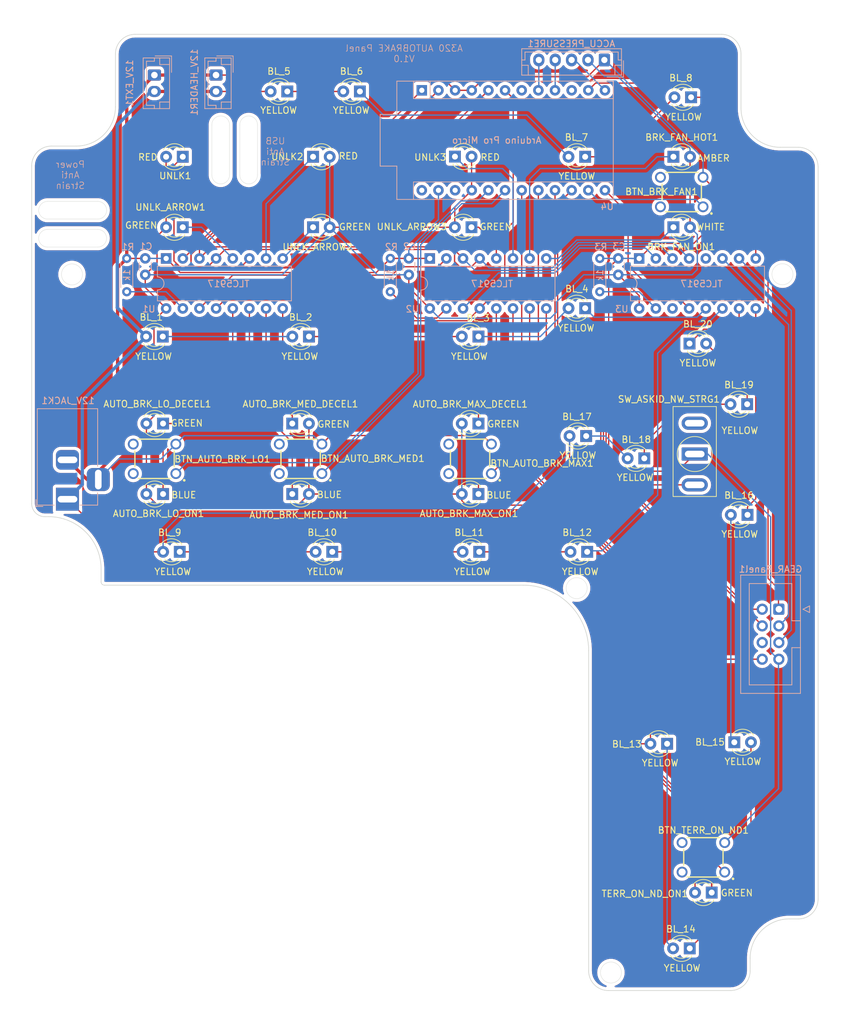
<source format=kicad_pcb>
(kicad_pcb (version 20240108) (generator "pcbnew") (generator_version "8.0")
  (title_block (title "A320 AUTOBRAKE Panel") (date "2024-12-08") (rev "V1.0") (company "S.K.") (comment 1 "Connectors to GEAR Panel & ACCU PRESSure"))
  (layers (0 "F.Cu" signal) (31 "B.Cu" signal) (34 "B.Paste" user) (35 "F.Paste" user) (36 "B.SilkS" user "B.Silkscreen") (37 "F.SilkS" user "F.Silkscreen") (38 "B.Mask" user) (39 "F.Mask" user) (44 "Edge.Cuts" user))
  (net 0 "")
  (net 1 "12V_IN")
  (net 2 "GND")
  (net 3 "+5V")
  (net 4 "AUTO_BRK_LO_DECEL")
  (net 5 "AUTO_BRK_LO_ON")
  (net 6 "AUTO_BRK_MAX_DECEL")
  (net 7 "AUTO_BRK_MAX_ON")
  (net 8 "AUTO_BRK_MED_DECEL")
  (net 9 "Net-(U2-R-EXT)")
  (net 11 "BTN_AUTO_BRK_LO")
  (net 13 "BTN_AUTO_BRK_MAX")
  (net 14 "AUTO_BRK_MED_ON")
  (net 16 "Net-(BL_1-K)")
  (net 17 "Net-(BL_2-K)")
  (net 18 "Net-(BL_3-K)")
  (net 19 "BACKLIGHT_1")
  (net 20 "Net-(BL_5-K)")
  (net 21 "Net-(BL_6-K)")
  (net 22 "Net-(BL_7-K)")
  (net 23 "BACKLIGHT_2")
  (net 24 "Net-(BL_10-A)")
  (net 25 "Net-(BL_10-K)")
  (net 26 "Net-(BL_11-K)")
  (net 27 "BACKLIGHT_3")
  (net 28 "Net-(BL_13-K)")
  (net 29 "Net-(BL_14-K)")
  (net 30 "Net-(BL_15-K)")
  (net 31 "BACKLIGHT_4")
  (net 32 "Net-(BL_17-K)")
  (net 33 "Net-(BL_18-K)")
  (net 34 "Net-(BL_19-K)")
  (net 35 "BACKLIGHT_5")
  (net 36 "BRK_FAN_HOT")
  (net 37 "BRK_FAN_ON")
  (net 38 "SW_GEAR_DOWN")
  (net 39 "SW_GEAR_UP")
  (net 40 "GEAR_WARN")
  (net 41 "Net-(U3-R-EXT)")
  (net 43 "SW_ASKID_NW_STRG")
  (net 45 "BTN_AUTO_BRK_MED")
  (net 48 "BTN_BRK_FAN")
  (net 53 "BTN_TERR_ON_ND")
  (net 54 "OUT_BRT_LED")
  (net 55 "OSH_DOUT1")
  (net 56 "OSH_CLOCK")
  (net 57 "OSH_DIN")
  (net 58 "OSH_LATCH")
  (net 59 "TERR_ON_ND_ON")
  (net 60 "OSH_DOUT2")
  (net 61 "UNL_ARROW3")
  (net 62 "UNL_ARROW1")
  (net 63 "UNLK2")
  (net 64 "UNLK1")
  (net 65 "UNLK3")
  (net 66 "UNL_ARROW2")
  (net 67 "OUT_BRT_BACK")
  (net 68 "Net-(U1-R-EXT)")
  (net 70 "SERVO3")
  (net 74 "SERVO2")
  (net 75 "SERVO1")
  (net 77 "BACKLIGHT_6")
  (net 79 "BACKLIGHT_7")
  (footprint "LED_THT:LED_D3.0mm" (layer "F.Cu") (at 222.1048 134.7724 180)
    (property "Reference" "AUTO_BRK_MAX_DECEL1")
    (property "Value" "GREEN")
  )
  (footprint "LED_THT:LED_D3.0mm" (layer "F.Cu") (at 257.683 206.2734 180)
    (property "Reference" "TERR_ON_ND_ON1")
    (property "Value" "GREEN")
  )
  (footprint "SamacSys_Parts:B3F1000" (layer "F.Cu") (at 194.9732 140.1537)
    (property "Reference" "BTN_AUTO_BRK_MED1")
    (property "Value" "B3F-1055" (hide yes))
  )
  (footprint "LED_THT:LED_D3.0mm" (layer "F.Cu") (at 238.5364 136.6774 180)
    (property "Reference" "BL_17")
    (property "Value" "YELLOW")
  )
  (footprint "LED_THT:LED_D3.0mm" (layer "F.Cu") (at 193.7004 134.7724)
    (property "Reference" "AUTO_BRK_MED_DECEL1")
    (property "Value" "GREEN")
  )
  (footprint "LED_THT:LED_D3.0mm" (layer "F.Cu") (at 238.6888 154.3304 180)
    (property "Reference" "BL_12")
    (property "Value" "YELLOW")
  )
  (footprint "LED_THT:LED_D3.0mm" (layer "F.Cu") (at 222.2296 154.3304 180)
    (property "Reference" "BL_11")
    (property "Value" "YELLOW")
  )
  (footprint "LED_THT:LED_D3.0mm" (layer "F.Cu") (at 247.401 140.081 180)
    (property "Reference" "BL_18")
    (property "Value" "YELLOW")
  )
  (footprint "LED_THT:LED_D3.0mm" (layer "F.Cu") (at 221.0358 104.8512 180)
    (property "Reference" "UNLK_ARROW3")
    (property "Value" "GREEN")
  )
  (footprint "LED_THT:LED_D3.0mm" (layer "F.Cu") (at 251.841 104.8512)
    (property "Reference" "BRK_FAN_ON1")
    (property "Value" "WHITE")
  )
  (footprint "LED_THT:LED_D3.0mm" (layer "F.Cu") (at 173.99 145.5166 180)
    (property "Reference" "AUTO_BRK_LO_ON1")
    (property "Value" "BLUE")
  )
  (footprint "LED_THT:LED_D3.0mm" (layer "F.Cu") (at 173.9464 121.5136 180)
    (property "Reference" "BL_1")
    (property "Value" "YELLOW")
  )
  (footprint "LED_THT:LED_D3.0mm" (layer "F.Cu") (at 176.995 104.8512 180)
    (property "Reference" "UNLK_ARROW1")
    (property "Value" "GREEN")
  )
  (footprint "SamacSys_Parts:B3F1000" (layer "F.Cu") (at 220.8276 140.1537)
    (property "Reference" "BTN_AUTO_BRK_MAX1")
    (property "Value" "B3F-1055" (hide yes))
  )
  (footprint "LED_THT:LED_D3.0mm" (layer "F.Cu") (at 196.8704 94.107)
    (property "Reference" "UNLK2")
    (property "Value" "RED")
  )
  (footprint "LED_THT:LED_D3.0mm" (layer "F.Cu") (at 222.1048 121.5136 180)
    (property "Reference" "BL_3")
    (property "Value" "YELLOW")
  )
  (footprint "LED_THT:LED_D3.0mm" (layer "F.Cu") (at 176.535 154.3304 180)
    (property "Reference" "BL_9")
    (property "Value" "YELLOW")
  )
  (footprint "LED_THT:LED_D3.0mm" (layer "F.Cu") (at 250.8808 183.5912 180)
    (property "Reference" "BL_13")
    (property "Value" "YELLOW")
  )
  (footprint "LED_THT:LED_D3.0mm" (layer "F.Cu") (at 196.8704 104.8512)
    (property "Reference" "UNLK_ARROW2")
    (property "Value" "GREEN")
  )
  (footprint "LED_THT:LED_D3.0mm" (layer "F.Cu") (at 254.5384 85.0392 180)
    (property "Reference" "BL_8")
    (property "Value" "YELLOW")
  )
  (footprint "LED_THT:LED_D3.0mm" (layer "F.Cu") (at 263.144 148.6916 180)
    (property "Reference" "BL_16")
    (property "Value" "YELLOW")
  )
  (footprint "LED_THT:LED_D3.0mm" (layer "F.Cu") (at 173.99 134.7724 180)
    (property "Reference" "AUTO_BRK_LO_DECEL1")
    (property "Value" "GREEN")
  )
  (footprint "SamacSys_Parts:B3F1000" (layer "F.Cu") (at 256.4158 200.9039)
    (property "Reference" "BTN_TERR_ON_ND1")
    (property "Value" "B3F-1055" (hide yes))
  )
  (footprint "LED_THT:LED_D3.0mm" (layer "F.Cu") (at 204.0178 84.1502 180)
    (property "Reference" "BL_6")
    (property "Value" "YELLOW")
  )
  (footprint "LED_THT:LED_D3.0mm" (layer "F.Cu") (at 238.384 117.1956 180)
    (property "Reference" "BL_4")
    (property "Value" "YELLOW")
  )
  (footprint "LED_THT:LED_D3.0mm" (layer "F.Cu") (at 196.2504 121.5136 180)
    (property "Reference" "BL_2")
    (property "Value" "YELLOW")
  )
  (footprint "LED_THT:LED_D3.0mm" (layer "F.Cu") (at 192.9434 84.1502 180)
    (property "Reference" "BL_5")
    (property "Value" "YELLOW")
  )
  (footprint "LED_THT:LED_D3.0mm" (layer "F.Cu") (at 254.3352 214.7824 180)
    (property "Reference" "BL_14")
    (property "Value" "YELLOW")
  )
  (footprint "SamacSys_Parts:B3F1000" (layer "F.Cu") (at 172.6946 140.1537)
    (property "Reference" "BTN_AUTO_BRK_LO1")
    (property "Value" "B3F-1055" (hide yes))
  )
  (footprint "LED_THT:LED_D3.0mm" (layer "F.Cu") (at 254.2998 122.5804)
    (property "Reference" "BL_20")
    (property "Value" "YELLOW")
  )
  (footprint "LED_THT:LED_D3.0mm" (layer "F.Cu") (at 251.841 94.107)
    (property "Reference" "BRK_FAN_HOT1")
    (property "Value" "AMBER")
  )
  (footprint "LED_THT:LED_D3.0mm" (layer "F.Cu") (at 238.379 94.107 180)
    (property "Reference" "BL_7")
    (property "Value" "YELLOW")
  )
  (footprint "LED_THT:LED_D3.0mm" (layer "F.Cu") (at 176.995 94.107 180)
    (property "Reference" "UNLK1")
    (property "Value" "RED")
  )
  (footprint "SamacSys_Parts:B3F1000" (layer "F.Cu") (at 253.1138 99.4817)
    (property "Reference" "BTN_BRK_FAN1")
    (property "Value" "B3F-1055" (hide yes))
  )
  (footprint "LED_THT:LED_D3.0mm" (layer "F.Cu") (at 263.0932 131.826 180)
    (property "Reference" "BL_19")
    (property "Value" "YELLOW")
  )
  (footprint "LED_THT:LED_D3.0mm" (layer "F.Cu") (at 199.8014 154.3304 180)
    (property "Reference" "BL_10")
    (property "Value" "YELLOW")
  )
  (footprint "LED_THT:LED_D3.0mm" (layer "F.Cu") (at 218.5162 94.0816)
    (property "Reference" "UNLK3")
    (property "Value" "RED")
  )
  (footprint "LED_THT:LED_D3.0mm" (layer "F.Cu") (at 222.1048 145.5166 180)
    (property "Reference" "AUTO_BRK_MAX_ON1")
    (property "Value" "BLUE")
  )
  (footprint "SimPanel:T80-Z1" (layer "F.Cu") (at 255.0922 134.7216)
    (property "Reference" "SW_ASKID_NW_STRG1")
    (property "Value" "SW_SPDT[ON-OFF]" (hide yes))
  )
  (footprint "LED_THT:LED_D3.0mm" (layer "F.Cu") (at 193.7004 145.5166)
    (property "Reference" "AUTO_BRK_MED_ON1")
    (property "Value" "BLUE")
  )
  (footprint "LED_THT:LED_D3.0mm" (layer "F.Cu") (at 261.1324 183.3626)
    (property "Reference" "BL_15")
    (property "Value" "YELLOW")
  )
  (footprint "Package_DIP:DIP-16_W7.62mm" (layer "B.Cu") (at 174.4622 109.611 -90)
    (property "Reference" "U1")
    (property "Value" "TLC5917")
  )
  (footprint "Connector_JST:JST_EH_B2B-EH-A_1x02_P2.50mm_Vertical" (layer "B.Cu") (at 182.0672 81.6502 -90)
    (property "Reference" "12V_HEADER1")
    (property "Value" "Pin Header 1x02" (hide yes))
  )
  (footprint "Capacitor_THT:C_Disc_D3.0mm_W1.6mm_P2.50mm" (layer "B.Cu") (at 171.2722 112.0956 90)
    (property "Reference" "C1")
    (property "Value" "0.1uF Ceramic" (hide yes))
  )
  (footprint "Resistor_THT:R_Axial_DIN0204_L3.6mm_D1.6mm_P5.08mm_Horizontal" (layer "B.Cu") (at 208.661 114.681 90)
    (property "Reference" "R2")
    (property "Value" "1k")
  )
  (footprint "Arduino:Sparkfun_Pro_Micro" (layer "B.Cu") (at 241.4016 99.2124 90)
    (property "Reference" "U4")
    (property "Value" "Arduino Pro Micro")
  )
  (footprint "Package_DIP:DIP-16_W7.62mm" (layer "B.Cu") (at 246.6236 109.611 -90)
    (property "Reference" "U3")
    (property "Value" "TLC5917")
  )
  (footprint "Connector_IDC:IDC-Header_2x04_P2.54mm_Vertical" (layer "B.Cu") (at 267.93 163.08 180)
    (property "Reference" "GEAR_Panel1")
    (property "Value" "Pin Header 2x04")
  )
  (footprint "Capacitor_THT:C_Disc_D3.0mm_W1.6mm_P2.50mm" (layer "B.Cu") (at 211.4804 112.0956 90)
    (property "Reference" "C2")
    (property "Value" "0.1uF Ceramic" (hide yes))
  )
  (footprint "Capacitor_THT:C_Disc_D3.0mm_W1.6mm_P2.50mm" (layer "B.Cu") (at 243.4336 112.0956 90)
    (property "Reference" "C3")
    (property "Value" "0.1uF Ceramic" (hide yes))
  )
  (footprint "Resistor_THT:R_Axial_DIN0204_L3.6mm_D1.6mm_P5.08mm_Horizontal" (layer "B.Cu") (at 168.4528 114.681 90)
    (property "Reference" "R1")
    (property "Value" "1k")
  )
  (footprint "Connector_JST:JST_EH_B2B-EH-A_1x02_P2.50mm_Vertical" (layer "B.Cu") (at 172.6692 81.6502 -90)
    (property "Reference" "12V_EXT1")
    (property "Value" "Pin Header 1x02" (hide yes))
  )
  (footprint "Connector_JST:JST_EH_B5B-EH-A_1x05_P2.50mm_Vertical" (layer "B.Cu") (at 241.3108 79.3496 180)
    (property "Reference" "ACCU_PRESSURE1")
    (property "Value" "Pin Header 1x05")
  )
  (footprint "Connector_BarrelJack:BarrelJack_Horizontal" (layer "B.Cu") (at 159.4104 146.3096 -90)
    (property "Reference" "12V_JACK1")
    (property "Value" "Power Jack" (hide yes))
  )
  (footprint "Resistor_THT:R_Axial_DIN0204_L3.6mm_D1.6mm_P5.08mm_Horizontal" (layer "B.Cu") (at 240.6142 114.681 90)
    (property "Reference" "R3")
    (property "Value" "1k")
  )
  (footprint "Package_DIP:DIP-16_W7.62mm" (layer "B.Cu") (at 214.6704 109.611 -90)
    (property "Reference" "U2")
    (property "Value" "TLC5917")
  )
  (gr_arc (start 181.43341 89.22822) (mid 182.7784 87.88319) (end 184.12339 89.22822) (stroke (width 0.05)) (layer "Edge.Cuts"))
  (gr_arc (start 273.9136 207.2866) (mid 273.03492 209.40792) (end 270.9136 210.2866) (stroke (width 0.1)) (layer "Edge.Cuts"))
  (gr_arc (start 155.949401 148.971) (mid 154.535187 148.385214) (end 153.949401 146.971) (stroke (width 0.1)) (layer "Edge.Cuts"))
  (gr_line (start 268.1534 92.6592) (end 270.9136 92.6592) (stroke (width 0.1)) (layer "Edge.Cuts"))
  (gr_line (start 156.3624 107.87138) (end 164.02924 107.87138) (stroke (width 0.05)) (layer "Edge.Cuts"))
  (gr_arc (start 270.9136 92.6592) (mid 273.03492 93.53788) (end 273.9136 95.6592) (stroke (width 0.1)) (layer "Edge.Cuts"))
  (gr_circle (center 242.316 218.4654) (end 243.916 218.4654) (stroke (width 0.05)) (fill none) (layer "Edge.Cuts"))
  (gr_circle (center 237.0836 159.8676) (end 238.6836 159.8676) (stroke (width 0.05)) (fill none) (layer "Edge.Cuts"))
  (gr_line (start 263.5504 216.2866) (end 263.5504 218.2086) (stroke (width 0.1)) (layer "Edge.Cuts"))
  (gr_line (start 241.9124 221.2086) (end 260.5504 221.2086) (stroke (width 0.1)) (layer "Edge.Cuts"))
  (gr_circle (center 268.478 112.014) (end 270.078 112.014) (stroke (width 0.05)) (fill none) (layer "Edge.Cuts"))
  (gr_line (start 188.3918 96.89902) (end 188.3918 89.23218) (stroke (width 0.05)) (layer "Edge.Cuts"))
  (gr_arc (start 156.5412 148.971) (mid 162.198054 151.314146) (end 164.5412 156.971) (stroke (width 0.1)) (layer "Edge.Cuts"))
  (gr_line (start 238.9124 218.2086) (end 238.9124 169.4104) (stroke (width 0.1)) (layer "Edge.Cuts"))
  (gr_line (start 156.35844 105.1814) (end 164.02924 105.1814) (stroke (width 0.05)) (layer "Edge.Cuts"))
  (gr_line (start 156.36636 103.60297) (end 164.0332 103.60297) (stroke (width 0.05)) (layer "Edge.Cuts"))
  (gr_arc (start 165.0412 159.4104) (mid 164.687647 159.263953) (end 164.5412 158.9104) (stroke (width 0.1)) (layer "Edge.Cuts"))
  (gr_arc (start 241.9124 221.2086) (mid 239.79108 220.32992) (end 238.9124 218.2086) (stroke (width 0.1)) (layer "Edge.Cuts"))
  (gr_line (start 156.949401 92.4814) (end 160.7256 92.4814) (stroke (width 0.1)) (layer "Edge.Cuts"))
  (gr_line (start 184.12339 96.89506) (end 184.12339 89.22822) (stroke (width 0.05)) (layer "Edge.Cuts"))
  (gr_arc (start 228.9124 159.4104) (mid 235.983468 162.339332) (end 238.9124 169.4104) (stroke (width 0.1)) (layer "Edge.Cuts"))
  (gr_arc (start 156.3624 107.87259) (mid 155.01741 106.52758) (end 156.3624 105.18261) (stroke (width 0.05)) (layer "Edge.Cuts"))
  (gr_line (start 169.7256 75.438) (end 259.1534 75.438) (stroke (width 0.1)) (layer "Edge.Cuts"))
  (gr_arc (start 166.7256 78.438) (mid 167.60428 76.31668) (end 169.7256 75.438) (stroke (width 0.1)) (layer "Edge.Cuts"))
  (gr_line (start 270.9136 210.2866) (end 269.5504 210.2866) (stroke (width 0.1)) (layer "Edge.Cuts"))
  (gr_arc (start 184.1246 96.89506) (mid 182.77961 98.24008) (end 181.43462 96.89506) (stroke (width 0.05)) (layer "Edge.Cuts"))
  (gr_arc (start 164.0332 100.91299) (mid 165.37821 102.25798) (end 164.0332 103.60297) (stroke (width 0.05)) (layer "Edge.Cuts"))
  (gr_line (start 164.5412 156.971) (end 164.5412 158.9104) (stroke (width 0.1)) (layer "Edge.Cuts"))
  (gr_line (start 273.9136 205.7372) (end 273.9136 207.2866) (stroke (width 0.1)) (layer "Edge.Cuts"))
  (gr_line (start 156.3624 100.91299) (end 164.0332 100.91299) (stroke (width 0.05)) (layer "Edge.Cuts"))
  (gr_arc (start 263.5504 218.2086) (mid 262.67172 220.32992) (end 260.5504 221.2086) (stroke (width 0.1)) (layer "Edge.Cuts"))
  (gr_line (start 262.1534 78.438) (end 262.1534 86.6592) (stroke (width 0.1)) (layer "Edge.Cuts"))
  (gr_arc (start 188.39301 96.89902) (mid 187.04802 98.24399) (end 185.70303 96.89902) (stroke (width 0.05)) (layer "Edge.Cuts"))
  (gr_arc (start 164.02924 105.1814) (mid 165.3742 106.52638) (end 164.02924 107.87138) (stroke (width 0.05)) (layer "Edge.Cuts"))
  (gr_line (start 166.7256 86.4814) (end 166.7256 78.438) (stroke (width 0.1)) (layer "Edge.Cuts"))
  (gr_line (start 155.949401 148.971) (end 156.5412 148.971) (stroke (width 0.1)) (layer "Edge.Cuts"))
  (gr_arc (start 259.1534 75.438) (mid 261.27472 76.31668) (end 262.1534 78.438) (stroke (width 0.1)) (layer "Edge.Cuts"))
  (gr_arc (start 263.5504 216.2866) (mid 265.307759 212.043959) (end 269.5504 210.2866) (stroke (width 0.1)) (layer "Edge.Cuts"))
  (gr_arc (start 185.70182 89.23218) (mid 187.04681 87.8872) (end 188.3918 89.23218) (stroke (width 0.05)) (layer "Edge.Cuts"))
  (gr_line (start 273.9136 95.6592) (end 273.9136 205.7372) (stroke (width 0.1)) (layer "Edge.Cuts"))
  (gr_arc (start 156.36636 103.60418) (mid 155.02132 102.25918) (end 156.36636 100.9142) (stroke (width 0.05)) (layer "Edge.Cuts"))
  (gr_arc (start 268.1534 92.6592) (mid 263.910759 90.901841) (end 262.1534 86.6592) (stroke (width 0.1)) (layer "Edge.Cuts"))
  (gr_line (start 153.949401 146.971) (end 153.949401 95.4814) (stroke (width 0.1)) (layer "Edge.Cuts"))
  (gr_arc (start 153.949401 95.4814) (mid 154.828081 93.36008) (end 156.949401 92.4814) (stroke (width 0.1)) (layer "Edge.Cuts"))
  (gr_line (start 185.70182 96.90298) (end 185.70182 89.23218) (stroke (width 0.05)) (layer "Edge.Cuts"))
  (gr_circle (center 160.0962 112.0394) (end 161.6962 112.0394) (stroke (width 0.05)) (fill none) (layer "Edge.Cuts"))
  (gr_line (start 228.9124 159.4104) (end 165.0412 159.4104) (stroke (width 0.1)) (layer "Edge.Cuts"))
  (gr_arc (start 166.7256 86.4814) (mid 164.968241 90.724041) (end 160.7256 92.4814) (stroke (width 0.1)) (layer "Edge.Cuts"))
  (gr_line (start 181.43341 96.89902) (end 181.43341 89.22822) (stroke (width 0.05)) (layer "Edge.Cuts"))
  (gr_text "Power\nAnti\nStrain" (at 159.8422 99.08177 0) (layer "B.SilkS") (effects (font (size 1 1) (thickness 0.1)) (justify bottom mirror)))
  (gr_text "USB\nAnti\nStrain" (at 191.11081 95.5072 0) (layer "B.SilkS") (effects (font (size 1 1) (thickness 0.1)) (justify bottom mirror)))
  (gr_text "${TITLE}\n${REVISION}" (at 210.76 79.76 0) (layer "B.SilkS") (effects (font (size 1 1) (thickness 0.1) (bold yes)) (justify bottom mirror)))
  (segment (start 172.6692 84.1502) (end 182.0672 84.1502) (width 0.5) (layer "F.Cu") (net 1))
  (segment (start 259.48 170.7) (end 265.39 170.7) (width 0.2) (layer "F.Cu") (net 1))
  (segment (start 243.38 181.043014) (end 243.38 154.628628) (width 0.2) (layer "F.Cu") (net 1))
  (segment (start 173.995 154.3304) (end 167.4312 154.3304) (width 0.2) (layer "F.Cu") (net 1))
  (segment (start 248.3408 183.5912) (end 248.3408 181.8392) (width 0.2) (layer "F.Cu") (net 1))
  (segment (start 248.3408 183.5912) (end 245.928186 183.5912) (width 0.2) (layer "F.Cu") (net 1))
  (segment (start 235.9964 147.245028) (end 235.9964 136.6774) (width 0.2) (layer "F.Cu") (net 1))
  (segment (start 167.4312 154.3304) (end 159.4104 146.3096) (width 0.2) (layer "F.Cu") (net 1))
  (segment (start 182.0672 84.1502) (end 190.4034 84.1502) (width 0.2) (layer "F.Cu") (net 1))
  (segment (start 248.3408 181.8392) (end 259.48 170.7) (width 0.2) (layer "F.Cu") (net 1))
  (segment (start 243.38 154.628628) (end 235.9964 147.245028) (width 0.2) (layer "F.Cu") (net 1))
  (segment (start 245.928186 183.5912) (end 243.38 181.043014) (width 0.2) (layer "F.Cu") (net 1))
  (segment (start 167.005 117.1122) (end 167.005 89.2556) (width 0.5) (layer "B.Cu") (net 1))
  (segment (start 167.005 89.2556) (end 172.1104 84.1502) (width 0.5) (layer "B.Cu") (net 1))
  (segment (start 171.4064 121.5136) (end 161.671 131.249) (width 0.5) (layer "B.Cu") (net 1))
  (segment (start 173.995 154.3304) (end 173.995 151.3282) (width 0.2) (layer "B.Cu") (net 1))
  (segment (start 161.671 131.249) (end 161.671 144.049) (width 0.5) (layer "B.Cu") (net 1))
  (segment (start 161.671 144.049) (end 159.4104 146.3096) (width 0.5) (layer "B.Cu") (net 1))
  (segment (start 226.695 148.4376) (end 235.9964 139.1362) (width 0.2) (layer "B.Cu") (net 1))
  (segment (start 173.995 151.3282) (end 176.8856 148.4376) (width 0.2) (layer "B.Cu") (net 1))
  (segment (start 176.8856 148.4376) (end 226.695 148.4376) (width 0.2) (layer "B.Cu") (net 1))
  (segment (start 235.9964 139.1362) (end 235.9964 136.6774) (width 0.2) (layer "B.Cu") (net 1))
  (segment (start 171.4064 121.5136) (end 167.005 117.1122) (width 0.5) (layer "B.Cu") (net 1))
  (segment (start 162.4104 143.3096) (end 159.4104 140.3096) (width 0.5) (layer "F.Cu") (net 2))
  (segment (start 223.154 81.9) (end 221.0816 83.9724) (width 0.2) (layer "F.Cu") (net 2))
  (segment (start 168.4528 109.601) (end 171.2668 109.601) (width 0.2) (layer "F.Cu") (net 2))
  (segment (start 211.4804 109.5956) (end 214.655 109.5956) (width 0.2) (layer "F.Cu") (net 2))
  (segment (start 211.4804 109.5956) (end 209.6681 109.5956) (width 0.2) (layer "F.Cu") (net 2))
  (segment (start 241.97 111.0592) (end 241.97 140.44) (width 0.2) (layer "F.Cu") (net 2))
  (segment (start 208.661 109.601) (end 206.5084 111.7536) (width 0.2) (layer "F.Cu") (net 2))
  (segment (start 238.7604 81.9) (end 223.154 81.9) (width 0.2) (layer "F.Cu") (net 2))
  (segment (start 208.661 109.601) (end 209.6627 109.601) (width 0.2) (layer "F.Cu") (net 2))
  (segment (start 257.81 104.45) (end 254.95 107.31) (width 0.2) (layer "F.Cu") (net 2))
  (segment (start 243.57 142.04) (end 252.4738 142.04) (width 0.2) (layer "F.Cu") (net 2))
  (segment (start 198.2232 137.9037) (end 199.5257 136.6012) (width 0.2) (layer "F.Cu") (net 2))
  (segment (start 241.3108 79.3496) (end 238.7604 81.9) (width 0.2) (layer "F.Cu") (net 2))
  (segment (start 218.5416 83.9724) (end 221.0816 83.9724) (width 0.2) (layer "F.Cu") (net 2))
  (segment (start 172.6692 81.6502) (end 182.0672 81.6502) (width 0.5) (layer "F.Cu") (net 2))
  (segment (start 243.4336 109.5956) (end 241.97 111.0592) (width 0.2) (layer "F.Cu") (net 2))
  (segment (start 241.97 140.44) (end 243.57 142.04) (width 0.2) (layer "F.Cu") (net 2))
  (segment (start 222.7751 136.6012) (end 224.0776 137.9037) (width 0.2) (layer "F.Cu") (net 2))
  (segment (start 252.4738 142.04) (end 255.0922 139.4216) (width 0.2) (layer "F.Cu") (net 2))
  (segment (start 216.2194 81.6502) (end 218.5416 83.9724) (width 0.2) (layer "F.Cu") (net 2))
  (segment (start 176.6048 111.7536) (end 174.4622 109.611) (width 0.2) (layer "F.Cu") (net 2))
  (segment (start 206.5084 111.7536) (end 176.6048 111.7536) (width 0.2) (layer "F.Cu") (net 2))
  (segment (start 199.5257 136.6012) (end 222.7751 136.6012) (width 0.2) (layer "F.Cu") (net 2))
  (segment (start 168.4528 109.601) (end 168.4528 85.8666) (width 0.5) (layer "F.Cu") (net 2))
  (segment (start 168.4528 85.8666) (end 172.6692 81.6502) (width 0.5) (layer "F.Cu") (net 2))
  (segment (start 167.0558 139.1412) (end 167.0558 110.998) (width 0.5) (layer "F.Cu") (net 2))
  (segment (start 257.81 98.6779) (end 257.81 104.45) (width 0.2) (layer "F.Cu") (net 2))
  (segment (start 164.1104 142.0866) (end 167.0558 139.1412) (width 0.5) (layer "F.Cu") (net 2))
  (segment (start 164.1104 143.3096) (end 162.4104 143.3096) (width 0.2) (layer "F.Cu") (net 2))
  (segment (start 209.6681 109.5956) (end 209.6627 109.601) (width 0.2) (layer "F.Cu") (net 2))
  (segment (start 254.95 107.31) (end 248.9246 107.31) (width 0.2) (layer "F.Cu") (net 2))
  (segment (start 256.3638 97.2317) (end 257.81 98.6779) (width 0.2) (layer "F.Cu") (net 2))
  (segment (start 248.9246 107.31) (end 246.6236 109.611) (width 0.2) (layer "F.Cu") (net 2))
  (segment (start 182.0672 81.6502) (end 216.2194 81.6502) (width 0.2) (layer "F.Cu") (net 2))
  (segment (start 167.0558 110.998) (end 168.4528 109.601) (width 0.5) (layer "F.Cu") (net 2))
  (segment (start 257.0922 139.4216) (end 266.67 148.9994) (width 0.2) (layer "B.Cu") (net 2))
  (segment (start 173.6783 140.17) (end 175.9446 137.9037) (width 0.2) (layer "B.Cu") (net 2))
  (segment (start 196.9461 136.6266) (end 198.2232 137.9037) (width 0.2) (layer "B.Cu") (net 2))
  (segment (start 164.1104 143.3096) (end 167.25 140.17) (width 0.2) (layer "B.Cu") (net 2))
  (segment (start 266.67 148.9994) (end 266.67 169.56) (width 0.2) (layer "B.Cu") (net 2))
  (segment (start 267.87 190.4497) (end 259.6658 198.6539) (width 0.2) (layer "B.Cu") (net 2))
  (segment (start 266.67 169.56) (end 267.87 170.76) (width 0.2) (layer "B.Cu") (net 2))
  (segment (start 177.2217 136.6266) (end 196.9461 136.6266) (width 0.2) (layer "B.Cu") (net 2))
  (segment (start 175.9446 137.9037) (end 177.2217 136.6266) (width 0.2) (layer "B.Cu") (net 2))
  (segment (start 256.3638 97.2317) (end 256.3638 94.298029) (width 0.2) (layer "B.Cu") (net 2))
  (segment (start 255.0922 139.4216) (end 257.0922 139.4216) (width 0.2) (layer "B.Cu") (net 2))
  (segment (start 211.4804 108.193914) (end 211.4804 109.5956) (width 0.2) (layer "B.Cu") (net 2))
  (segment (start 243.4309 109.601) (end 240.6142 109.601) (width 0.2) (layer "B.Cu") (net 2))
  (segment (start 243.4336 109.5983) (end 245.5092 109.5983) (width 0.2) (layer "B.Cu") (net 2))
  (segment (start 216.0016 103.672714) (end 211.4804 108.193914) (width 0.2) (layer "B.Cu") (net 2))
  (segment (start 246.6236 109.611) (end 245.5219 109.611) (width 0.2) (layer "B.Cu") (net 2))
  (segment (start 167.25 140.17) (end 173.6783 140.17) (width 0.2) (layer "B.Cu") (net 2))
  (segment (start 171.2722 109.5956) (end 174.4468 109.5956) (width 0.2) (layer "B.Cu") (net 2))
  (segment (start 256.3638 94.298029) (end 241.415371 79.3496) (width 0.2) (layer "B.Cu") (net 2))
  (segment (start 245.5092 109.5983) (end 245.5219 109.611) (width 0.2) (layer "B.Cu") (net 2))
  (segment (start 267.87 170.76) (end 267.87 190.4497) (width 0.2) (layer "B.Cu") (net 2))
  (segment (start 216.0016 99.2124) (end 216.0016 103.672714) (width 0.2) (layer "B.Cu") (net 2))
  (segment (start 218.4958 101.7982) (end 221.0816 99.2124) (width 0.2) (layer "F.Cu") (net 3))
  (segment (start 255.143 194.503072) (end 255.143 206.2734) (width 0.2) (layer "F.Cu") (net 3))
  (segment (start 171.2722 112.0956) (end 171.2722 114.041) (width 0.2) (layer "F.Cu") (net 3))
  (segment (start 173.0694 106.2368) (end 174.455 104.8512) (width 0.2) (layer "F.Cu") (net 3))
  (segment (start 254.381 104.8512) (end 254.381 94.107) (width 0.2) (layer "F.Cu") (net 3))
  (segment (start 199.4104 104.8512) (end 218.4958 104.8512) (width 0.2) (layer "F.Cu") (net 3))
  (segment (start 172.6064 119.0868) (end 172.6064 133.616) (width 0.2) (layer "F.Cu") (net 3))
  (segment (start 211.4804 112.0956) (end 211.4804 114.041) (width 0.2) (layer "F.Cu") (net 3))
  (segment (start 174.4622 117.231) (end 172.6064 119.0868) (width 0.2) (layer "F.Cu") (net 3))
  (segment (start 173.355 147.4216) (end 194.3354 147.4216) (width 0.2) (layer "F.Cu") (net 3))
  (segment (start 218.4958 104.8512) (end 218.4958 101.7982) (width 0.2) (layer "F.Cu") (net 3))
  (segment (start 234.2184 147.2184) (end 242.18 155.18) (width 0.2) (layer "F.Cu") (net 3))
  (segment (start 246.6236 115.2856) (end 243.4336 112.0956) (width 0.2) (layer "F.Cu") (net 3))
  (segment (start 171.2722 112.0956) (end 173.0694 110.2984) (width 0.2) (layer "F.Cu") (net 3))
  (segment (start 242.18 181.540072) (end 255.143 194.503072) (width 0.2) (layer "F.Cu") (net 3))
  (segment (start 246.6236 117.231) (end 246.6236 115.2856) (width 0.2) (layer "F.Cu") (net 3))
  (segment (start 219.5648 145.5166) (end 219.5648 146.5144) (width 0.2) (layer "F.Cu") (net 3))
  (segment (start 171.45 145.5166) (end 173.355 147.4216) (width 0.2) (layer "F.Cu") (net 3))
  (segment (start 221.0562 99.1616) (end 221.0562 94.0816) (width 0.2) (layer "F.Cu") (net 3))
  (segment (start 174.455 104.8512) (end 174.455 94.107) (width 0.2) (layer "F.Cu") (net 3))
  (segment (start 220.2688 147.2184) (end 234.2184 147.2184) (width 0.2) (layer "F.Cu") (net 3))
  (segment (start 194.3354 147.4216) (end 196.2404 145.5166) (width 0.2) (layer "F.Cu") (net 3))
  (segment (start 211.4804 114.041) (end 214.6704 117.231) (width 0.2) (layer "F.Cu") (net 3))
  (segment (start 196.2404 145.5166) (end 196.2404 134.7724) (width 0.2) (layer "F.Cu") (net 3))
  (segment (start 219.5648 146.5144) (end 220.2688 147.2184) (width 0.2) (layer "F.Cu") (net 3))
  (segment (start 171.45 134.7724) (end 171.45 145.5166) (width 0.2) (layer "F.Cu") (net 3))
  (segment (start 242.18 155.18) (end 242.18 181.540072) (width 0.2) (layer "F.Cu") (net 3))
  (segment (start 172.6064 133.616) (end 171.45 134.7724) (width 0.2) (layer "F.Cu") (net 3))
  (segment (start 196.2404 145.5166) (end 219.5648 145.5166) (width 0.2) (layer "F.Cu") (net 3))
  (segment (start 171.2722 114.041) (end 174.4622 117.231) (width 0.2) (layer "F.Cu") (net 3))
  (segment (start 173.0694 110.2984) (end 173.0694 106.2368) (width 0.2) (layer "F.Cu") (net 3))
  (segment (start 243.364285 81.8642) (end 241.3254 81.8642) (width 0.2) (layer "B.Cu") (net 3))
  (segment (start 254.381 94.107) (end 254.381 92.880915) (width 0.2) (layer "B.Cu") (net 3))
  (segment (start 199.4104 104.8512) (end 192.166 112.0956) (width 0.2) (layer "B.Cu") (net 3))
  (segment (start 254.6944 112.0956) (end 255.49 111.3) (width 0.2) (layer "B.Cu") (net 3))
  (segment (start 255.49 105.9602) (end 254.381 104.8512) (width 0.2) (layer "B.Cu") (net 3))
  (segment (start 206.6548 112.0956) (end 199.4104 104.8512) (width 0.2) (layer "B.Cu") (net 3))
  (segment (start 199.4104 94.107) (end 199.4104 104.8512) (width 0.2) (layer "B.Cu") (net 3))
  (segment (start 219.5648 134.7724) (end 219.5648 145.5166) (width 0.2) (layer "B.Cu") (net 3))
  (segment (start 192.166 112.0956) (end 171.2722 112.0956) (width 0.2) (layer "B.Cu") (net 3))
  (segment (start 214.6704 117.231) (end 216.159 118.7196) (width 0.2) (layer "B.Cu") (net 3))
  (segment (start 234.0356 117.7544) (end 234.0356 116.211486) (width 0.2) (layer "B.Cu") (net 3))
  (segment (start 233.0704 118.7196) (end 234.0356 117.7544) (width 0.2) (layer "B.Cu") (net 3))
  (segment (start 234.0356 116.211486) (end 238.151486 112.0956) (width 0.2) (layer "B.Cu") (net 3))
  (segment (start 255.49 111.3) (end 255.49 105.9602) (width 0.2) (layer "B.Cu") (net 3))
  (segment (start 216.159 118.7196) (end 233.0704 118.7196) (width 0.2) (layer "B.Cu") (net 3))
  (segment (start 238.151486 112.0956) (end 243.4336 112.0956) (width 0.2) (layer "B.Cu") (net 3))
  (segment (start 211.4804 112.0956) (end 206.6548 112.0956) (width 0.2) (layer "B.Cu") (net 3))
  (segment (start 243.4336 112.0956) (end 254.6944 112.0956) (width 0.2) (layer "B.Cu") (net 3))
  (segment (start 254.381 92.880915) (end 243.364285 81.8642) (width 0.2) (layer "B.Cu") (net 3))
  (segment (start 241.3254 81.8642) (end 238.8108 79.3496) (width 0.2) (layer "B.Cu") (net 3))
  (segment (start 176.091914 134.7724) (end 184.6222 126.242114) (width 0.2) (layer "F.Cu") (net 4))
  (segment (start 184.6222 126.242114) (end 184.6222 117.231) (width 0.2) (layer "F.Cu") (net 4))
  (segment (start 173.99 134.7724) (end 176.091914 134.7724) (width 0.2) (layer "F.Cu") (net 4))
  (segment (start 187.1622 124.2678) (end 173.99 137.44) (width 0.2) (layer "F.Cu") (net 5))
  (segment (start 173.99 137.44) (end 173.99 145.5166) (width 0.2) (layer "F.Cu") (net 5))
  (segment (start 187.1622 117.231) (end 187.1622 124.2678) (width 0.2) (layer "F.Cu") (net 5))
  (segment (start 224.8304 126.5174) (end 222.1048 129.243) (width 0.2) (layer "F.Cu") (net 6))
  (segment (start 222.1048 129.243) (end 222.1048 134.7724) (width 0.2) (layer "F.Cu") (net 6))
  (segment (start 224.8304 117.231) (end 224.8304 126.5174) (width 0.2) (layer "F.Cu") (net 6))
  (segment (start 222.1048 142.113) (end 222.1048 145.5166) (width 0.2) (layer "F.Cu") (net 7))
  (segment (start 227.3704 136.8474) (end 222.1048 142.113) (width 0.2) (layer "F.Cu") (net 7))
  (segment (start 227.3704 117.231) (end 227.3704 136.8474) (width 0.2) (layer "F.Cu") (net 7))
  (segment (start 193.7004 134.7724) (end 193.7004 133.5707) (width 0.2) (layer "F.Cu") (net 8))
  (segment (start 192.2422 132.1125) (end 193.7004 133.5707) (width 0.2) (layer "F.Cu") (net 8))
  (segment (start 192.2422 117.231) (end 192.2422 132.1125) (width 0.2) (layer "F.Cu") (net 8))
  (segment (start 217.2104 117.231) (end 215.7408 118.7006) (width 0.2) (layer "F.Cu") (net 9))
  (segment (start 215.7408 118.7006) (end 212.6806 118.7006) (width 0.2) (layer "F.Cu") (net 9))
  (segment (start 212.6806 118.7006) (end 208.661 114.681) (width 0.2) (layer "F.Cu") (net 9))
  (segment (start 177.6183 140.73) (end 199.331214 140.73) (width 0.2) (layer "B.Cu") (net 11))
  (segment (start 212.89 107.35) (end 219.402 100.838) (width 0.2) (layer "B.Cu") (net 11))
  (segment (start 219.402 100.838) (end 221.996 100.838) (width 0.2) (layer "B.Cu") (net 11))
  (segment (start 199.331214 140.73) (end 212.89 127.171214) (width 0.2) (layer "B.Cu") (net 11))
  (segment (start 212.89 127.171214) (end 212.89 107.35) (width 0.2) (layer "B.Cu") (net 11))
  (segment (start 175.9446 142.4037) (end 177.6183 140.73) (width 0.2) (layer "B.Cu") (net 11))
  (segment (start 221.996 100.838) (end 223.6216 99.2124) (width 0.2) (layer "B.Cu") (net 11))
  (segment (start 228.7016 99.2124) (end 228.7016 137.7797) (width 0.2) (layer "F.Cu") (net 13))
  (segment (start 228.7016 137.7797) (end 224.0776 142.4037) (width 0.2) (layer "F.Cu") (net 13))
  (segment (start 189.7022 133.6522) (end 189.7022 117.231) (width 0.2) (layer "F.Cu") (net 14))
  (segment (start 193.7004 145.5166) (end 193.7004 137.6504) (width 0.2) (layer "F.Cu") (net 14))
  (segment (start 193.7004 137.6504) (end 189.7022 133.6522) (width 0.2) (layer "F.Cu") (net 14))
  (segment (start 193.7104 121.5136) (end 173.9464 121.5136) (width 0.2) (layer "B.Cu") (net 16))
  (segment (start 196.2504 121.5136) (end 219.5648 121.5136) (width 0.2) (layer "F.Cu") (net 17))
  (segment (start 231.526 121.5136) (end 235.844 117.1956) (width 0.2) (layer "B.Cu") (net 18))
  (segment (start 222.1048 121.5136) (end 231.526 121.5136) (width 0.2) (layer "B.Cu") (net 18))
  (segment (start 239.7484 118.56) (end 255.4546 118.56) (width 0.2) (layer "B.Cu") (net 19))
  (segment (start 255.4546 118.56) (end 256.7836 117.231) (width 0.2) (layer "B.Cu") (net 19))
  (segment (start 238.384 117.1956) (end 239.7484 118.56) (width 0.2) (layer "B.Cu") (net 19))
  (segment (start 192.9434 84.1502) (end 201.4778 84.1502) (width 0.2) (layer "F.Cu") (net 20))
  (segment (start 229.482 87.75) (end 207.6176 87.75) (width 0.2) (layer "B.Cu") (net 21))
  (segment (start 207.6176 87.75) (end 204.0178 84.1502) (width 0.2) (layer "B.Cu") (net 21))
  (segment (start 235.839 94.107) (end 229.482 87.75) (width 0.2) (layer "B.Cu") (net 21))
  (segment (start 238.379 94.107) (end 242.9306 94.107) (width 0.2) (layer "F.Cu") (net 22))
  (segment (start 242.9306 94.107) (end 251.9984 85.0392) (width 0.2) (layer "F.Cu") (net 22))
  (segment (start 264.4036 109.611) (end 264.4036 92.820324) (width 0.2) (layer "F.Cu") (net 23))
  (segment (start 256.622476 85.0392) (end 254.5384 85.0392) (width 0.2) (layer "F.Cu") (net 23))
  (segment (start 264.4036 92.820324) (end 256.622476 85.0392) (width 0.2) (layer "F.Cu") (net 23))
  (segment (start 176.535 154.3304) (end 197.2614 154.3304) (width 0.2) (layer "F.Cu") (net 24))
  (segment (start 199.8014 154.3304) (end 219.6896 154.3304) (width 0.2) (layer "F.Cu") (net 25))
  (segment (start 222.2296 154.3304) (end 236.1488 154.3304) (width 0.2) (layer "F.Cu") (net 26))
  (segment (start 253.54 119.96) (end 249.44 124.06) (width 0.2) (layer "B.Cu") (net 27))
  (segment (start 240.9654 154.1746) (end 238.8446 154.1746) (width 0.2) (layer "B.Cu") (net 27))
  (segment (start 249.44 145.7) (end 240.9654 154.1746) (width 0.2) (layer "B.Cu") (net 27))
  (segment (start 256.5946 119.96) (end 253.54 119.96) (width 0.2) (layer "B.Cu") (net 27))
  (segment (start 259.3236 117.231) (end 256.5946 119.96) (width 0.2) (layer "B.Cu") (net 27))
  (segment (start 249.44 124.06) (end 249.44 145.7) (width 0.2) (layer "B.Cu") (net 27))
  (segment (start 250.8808 183.5912) (end 250.8808 213.868) (width 0.2) (layer "B.Cu") (net 28))
  (segment (start 250.8808 213.868) (end 251.7952 214.7824) (width 0.2) (layer "B.Cu") (net 28))
  (segment (start 254.3352 214.7824) (end 263.6724 205.4452) (width 0.2) (layer "F.Cu") (net 29))
  (segment (start 263.6724 205.4452) (end 263.6724 183.3626) (width 0.2) (layer "F.Cu") (net 29))
  (segment (start 260.604 148.6916) (end 260.604 182.8342) (width 0.2) (layer "B.Cu") (net 30))
  (segment (start 264.4036 146.2303) (end 263.144 147.4899) (width 0.2) (layer "F.Cu") (net 31))
  (segment (start 263.144 148.6916) (end 263.144 147.4899) (width 0.2) (layer "F.Cu") (net 31))
  (segment (start 264.4036 117.231) (end 264.4036 146.2303) (width 0.2) (layer "F.Cu") (net 31))
  (segment (start 241.4574 136.6774) (end 244.861 140.081) (width 0.2) (layer "B.Cu") (net 32))
  (segment (start 238.5364 136.6774) (end 241.4574 136.6774) (width 0.2) (layer "B.Cu") (net 32))
  (segment (start 253.374 131.826) (end 260.5532 131.826) (width 0.2) (layer "F.Cu") (net 33))
  (segment (start 247.401 140.081) (end 247.401 137.799) (width 0.2) (layer "F.Cu") (net 33))
  (segment (start 247.401 137.799) (end 253.374 131.826) (width 0.2) (layer "F.Cu") (net 33))
  (segment (start 263.0932 128.8338) (end 256.8398 122.5804) (width 0.2) (layer "F.Cu") (net 34))
  (segment (start 263.0932 131.826) (end 263.0932 128.8338) (width 0.2) (layer "F.Cu") (net 34))
  (segment (start 254.2998 122.5804) (end 256.4842 120.396) (width 0.2) (layer "F.Cu") (net 35))
  (segment (start 260.5278 120.396) (end 261.8636 119.0602) (width 0.2) (layer "F.Cu") (net 35))
  (segment (start 256.4842 120.396) (end 260.5278 120.396) (width 0.2) (layer "F.Cu") (net 35))
  (segment (start 261.8636 119.0602) (end 261.8636 117.231) (width 0.2) (layer "F.Cu") (net 35))
  (segment (start 229.9104 109.611) (end 229.9104 97.521) (width 0.2) (layer "B.Cu") (net 36))
  (segment (start 231.5274 95.904) (end 247.561686 95.904) (width 0.2) (layer "B.Cu") (net 36))
  (segment (start 249.358686 94.107) (end 251.841 94.107) (width 0.2) (layer "B.Cu") (net 36))
  (segment (start 229.9104 97.521) (end 231.5274 95.904) (width 0.2) (layer "B.Cu") (net 36))
  (segment (start 247.561686 95.904) (end 249.358686 94.107) (width 0.2) (layer "B.Cu") (net 36))
  (segment (start 237.103014 106.788) (end 249.9042 106.788) (width 0.2) (layer "B.Cu") (net 37))
  (segment (start 234.280014 109.611) (end 237.103014 106.788) (width 0.2) (layer "B.Cu") (net 37))
  (segment (start 232.4504 109.611) (end 234.280014 109.611) (width 0.2) (layer "B.Cu") (net 37))
  (segment (start 249.9042 106.788) (end 251.841 104.8512) (width 0.2) (layer "B.Cu") (net 37))
  (segment (start 233.8288 128.473114) (end 233.8288 122.2212) (width 0.2) (layer "F.Cu") (net 38))
  (segment (start 233.8288 122.2212) (end 233.7816 122.174) (width 0.2) (layer "F.Cu") (net 38))
  (segment (start 233.7816 122.174) (end 233.7816 99.2124) (width 0.2) (layer "F.Cu") (net 38))
  (segment (start 263.478628 163.08) (end 241.17 140.771372) (width 0.2) (layer "F.Cu") (net 38))
  (segment (start 241.17 140.771372) (end 241.17 135.814314) (width 0.2) (layer "F.Cu") (net 38))
  (segment (start 265.39 163.08) (end 263.478628 163.08) (width 0.2) (layer "F.Cu") (net 38))
  (segment (start 241.17 135.814314) (end 233.8288 128.473114) (width 0.2) (layer "F.Cu") (net 38))
  (segment (start 266.275466 158.375466) (end 267.87 159.97) (width 0.2) (layer "F.Cu") (net 39))
  (segment (start 239.9616 82.8724) (end 255.021362 82.8724) (width 0.2) (layer "F.Cu") (net 39))
  (segment (start 238.8616 83.9724) (end 239.9616 82.8724) (width 0.2) (layer "F.Cu") (net 39))
  (segment (start 255.021362 82.8724) (end 266.275466 94.126504) (width 0.2) (layer "F.Cu") (net 39))
  (segment (start 266.275466 94.126504) (end 266.275466 158.375466) (width 0.2) (layer "F.Cu") (net 39))
  (segment (start 267.87 159.97) (end 267.87 163.14) (width 0.2) (layer "F.Cu") (net 39))
  (segment (start 263.342942 163.51) (end 263.35 163.51) (width 0.2) (layer "F.Cu") (net 40))
  (segment (start 240.77 135.98) (end 240.77 140.937058) (width 0.2) (layer "F.Cu") (net 40))
  (segment (start 232.4504 127.6604) (end 240.77 135.98) (width 0.2) (layer "F.Cu") (net 40))
  (segment (start 263.35 163.51) (end 265.39 165.55) (width 0.2) (layer "F.Cu") (net 40))
  (segment (start 232.4504 117.231) (end 232.4504 127.6604) (width 0.2) (layer "F.Cu") (net 40))
  (segment (start 240.77 140.937058) (end 263.342942 163.51) (width 0.2) (layer "F.Cu") (net 40))
  (segment (start 246.6136 114.681) (end 249.1636 117.231) (width 0.2) (layer "B.Cu") (net 41))
  (segment (start 240.6142 114.681) (end 246.6136 114.681) (width 0.2) (layer "B.Cu") (net 41))
  (segment (start 234.2288 121.4972) (end 234.2288 128.307428) (width 0.2) (layer "F.Cu") (net 43))
  (segment (start 234.1816 121.45) (end 234.1816 101.3524) (width 0.2) (layer "F.Cu") (net 43))
  (segment (start 241.57 140.605686) (end 245.085914 144.1216) (width 0.2) (layer "F.Cu") (net 43))
  (segment (start 241.57 135.648628) (end 241.57 140.605686) (width 0.2) (layer "F.Cu") (net 43))
  (segment (start 245.085914 144.1216) (end 255.0922 144.1216) (width 0.2) (layer "F.Cu") (net 43))
  (segment (start 234.2288 128.307428) (end 241.57 135.648628) (width 0.2) (layer "F.Cu") (net 43))
  (segment (start 234.1816 121.45) (end 234.2288 121.4972) (width 0.2) (layer "F.Cu") (net 43))
  (segment (start 234.1816 101.3524) (end 236.3216 99.2124) (width 0.2) (layer "F.Cu") (net 43))
  (segment (start 213.29 107.515686) (end 219.555686 101.25) (width 0.2) (layer "B.Cu") (net 45))
  (segment (start 213.29 127.3369) (end 213.29 107.515686) (width 0.2) (layer "B.Cu") (net 45))
  (segment (start 198.2232 142.4037) (end 213.29 127.3369) (width 0.2) (layer "B.Cu") (net 45))
  (segment (start 219.555686 101.25) (end 224.124 101.25) (width 0.2) (layer "B.Cu") (net 45))
  (segment (start 224.124 101.25) (end 226.1616 99.2124) (width 0.2) (layer "B.Cu") (net 45))
  (segment (start 255.2388 100.6067) (end 240.2559 100.6067) (width 0.2) (layer "B.Cu") (net 48))
  (segment (start 240.2559 100.6067) (end 238.8616 99.2124) (width 0.2) (layer "B.Cu") (net 48))
  (segment (start 256.3638 101.7317) (end 255.2388 100.6067) (width 0.2) (layer "B.Cu") (net 48))
  (segment (start 231.2416 143.055914) (end 242.98 154.794314) (width 0.2) (layer "F.Cu") (net 53))
  (segment (start 242.98 181.2087) (end 258.0918 196.3205) (width 0.2) (layer "F.Cu") (net 53))
  (segment (start 258.0918 196.3205) (end 258.0918 201.5799) (width 0.2) (layer "F.Cu") (net 53))
  (segment (start 242.98 154.794314) (end 242.98 181.2087) (width 0.2) (layer "F.Cu") (net 53))
  (segment (start 231.2416 99.2124) (end 231.2416 143.055914) (width 0.2) (layer "F.Cu") (net 53))
  (segment (start 258.0918 201.5799) (end 259.6658 203.1539) (width 0.2) (layer "F.Cu") (net 53))
  (segment (start 182.0822 117.231) (end 183.3368 115.9764) (width 0.2) (layer "F.Cu") (net 54))
  (segment (start 183.3368 115.9764) (end 193.3702 115.9764) (width 0.2) (layer "F.Cu") (net 54))
  (segment (start 222.2904 117.231) (end 220.4208 119.1006) (width 0.2) (layer "F.Cu") (net 54))
  (segment (start 196.4944 119.1006) (end 193.3702 115.9764) (width 0.2) (layer "F.Cu") (net 54))
  (segment (start 227.4062 104.08) (end 227.4062 85.217) (width 0.2) (layer "F.Cu") (net 54))
  (segment (start 226.12 105.3662) (end 227.4062 104.08) (width 0.2) (layer "F.Cu") (net 54))
  (segment (start 222.2904 117.231) (end 226.12 113.4014) (width 0.2) (layer "F.Cu") (net 54))
  (segment (start 226.12 113.4014) (end 226.12 105.3662) (width 0.2) (layer "F.Cu") (net 54))
  (segment (start 227.4062 85.217) (end 226.1616 83.9724) (width 0.2) (layer "F.Cu") (net 54))
  (segment (start 220.4208 119.1006) (end 196.4944 119.1006) (width 0.2) (layer "F.Cu") (net 54))
  (segment (start 179.5422 117.231) (end 184.6196 112.1536) (width 0.2) (layer "F.Cu") (net 55))
  (segment (start 215.9504 110.871) (end 217.2104 109.611) (width 0.2) (layer "F.Cu") (net 55))
  (segment (start 208.9024 112.1536) (end 210.185 110.871) (width 0.2) (layer "F.Cu") (net 55))
  (segment (start 210.185 110.871) (end 215.9504 110.871) (width 0.2) (layer "F.Cu") (net 55))
  (segment (start 184.6196 112.1536) (end 208.9024 112.1536) (width 0.2) (layer "F.Cu") (net 55))
  (segment (start 179.5422 108.300795) (end 198.346196 89.4968) (width 0.2) (layer "F.Cu") (net 56))
  (segment (start 179.5422 109.611) (end 181.3132 107.84) (width 0.2) (layer "F.Cu") (net 56))
  (segment (start 179.5422 109.611) (end 179.5422 108.300795) (width 0.2) (layer "F.Cu") (net 56))
  (segment (start 218.0972 89.4968) (end 223.6216 83.9724) (width 0.2) (layer "F.Cu") (net 56))
  (segment (start 181.3132 107.84) (end 217.9794 107.84) (width 0.2) (layer "F.Cu") (net 56))
  (segment (start 198.346196 89.4968) (end 218.0972 89.4968) (width 0.2) (layer "F.Cu") (net 56))
  (segment (start 217.9794 107.84) (end 219.7504 109.611) (width 0.2) (layer "F.Cu") (net 56))
  (segment (start 249.6806 107.588) (end 251.7036 109.611) (width 0.2) (layer "B.Cu") (net 56))
  (segment (start 237.4368 107.588) (end 249.6806 107.588) (width 0.2) (layer "B.Cu") (net 56))
  (segment (start 221.5628 111.4234) (end 233.6014 111.4234) (width 0.2) (layer "B.Cu") (net 56))
  (segment (start 233.6014 111.4234) (end 237.4368 107.588) (width 0.2) (layer "B.Cu") (net 56))
  (segment (start 219.7504 109.611) (end 221.5628 111.4234) (width 0.2) (layer "B.Cu") (net 56))
  (segment (start 198.014823 88.6968) (end 177.100623 109.611) (width 0.2) (layer "F.Cu") (net 57))
  (segment (start 213.4616 83.9724) (end 208.7372 88.6968) (width 0.2) (layer "F.Cu") (net 57))
  (segment (start 208.7372 88.6968) (end 198.014823 88.6968) (width 0.2) (layer "F.Cu") (net 57))
  (segment (start 178.8414 110.9472) (end 180.746 110.9472) (width 0.2) (layer "F.Cu") (net 58))
  (segment (start 178.2572 110.363) (end 178.8414 110.9472) (width 0.2) (layer "F.Cu") (net 58))
  (segment (start 178.2572 109.8296) (end 178.2572 109.020109) (width 0.2) (layer "F.Cu") (net 58))
  (segment (start 219.24 110.87) (end 221.0314 110.87) (width 0.2) (layer "F.Cu") (net 58))
  (segment (start 218.46 110.09) (end 219.24 110.87) (width 0.2) (layer "F.Cu") (net 58))
  (segment (start 216.0016 83.9724) (end 210.8772 89.0968) (width 0.2) (layer "F.Cu") (net 58))
  (segment (start 178.2572 109.8296) (end 178.2572 110.363) (width 0.2) (layer "F.Cu") (net 58))
  (segment (start 178.2572 109.020109) (end 198.180509 89.0968) (width 0.2) (layer "F.Cu") (net 58))
  (segment (start 218.46 108.886286) (end 218.46 110.09) (width 0.2) (layer "F.Cu") (net 58))
  (segment (start 182.0822 109.611) (end 183.4532 108.24) (width 0.2) (layer "F.Cu") (net 58))
  (segment (start 217.813714 108.24) (end 218.46 108.886286) (width 0.2) (layer "F.Cu") (net 58))
  (segment (start 221.0314 110.87) (end 222.2904 109.611) (width 0.2) (layer "F.Cu") (net 58))
  (segment (start 198.180509 89.0968) (end 210.8772 89.0968) (width 0.2) (layer "F.Cu") (net 58))
  (segment (start 180.746 110.9472) (end 182.0822 109.611) (width 0.2) (layer "F.Cu") (net 58))
  (segment (start 183.4532 108.24) (end 217.813714 108.24) (width 0.2) (layer "F.Cu") (net 58))
  (segment (start 178.2572 109.020109) (end 178.2572 109.881635) (width 0.2) (layer "F.Cu") (net 58))
  (segment (start 251.8206 107.188) (end 254.2436 109.611) (width 0.2) (layer "B.Cu") (net 58))
  (segment (start 223.7028 111.0234) (end 233.4333 111.0234) (width 0.2) (layer "B.Cu") (net 58))
  (segment (start 237.2687 107.188) (end 251.8206 107.188) (width 0.2) (layer "B.Cu") (net 58))
  (segment (start 222.2904 109.611) (end 223.7028 111.0234) (width 0.2) (layer "B.Cu") (net 58))
  (segment (start 233.4333 111.0234) (end 237.2687 107.188) (width 0.2) (layer "B.Cu") (net 58))
  (segment (start 242.58 154.96) (end 229.9104 142.2904) (width 0.2) (layer "F.Cu") (net 59))
  (segment (start 257.683 197.0786) (end 257.683 198.2216) (width 0.2) (layer "F.Cu") (net 59))
  (segment (start 257.683 206.2734) (end 257.683 198.2216) (width 0.2) (layer "F.Cu") (net 59))
  (segment (start 257.683 196.477386) (end 242.58 181.374386) (width 0.2) (layer "F.Cu") (net 59))
  (segment (start 242.58 181.374386) (end 242.58 154.96) (width 0.2) (layer "F.Cu") (net 59))
  (segment (start 229.9104 142.2904) (end 229.9104 117.231) (width 0.2) (layer "F.Cu") (net 59))
  (segment (start 257.683 206.2734) (end 257.683 196.477386) (width 0.2) (layer "F.Cu") (net 59))
  (segment (start 233.767086 111.8234) (end 237.564286 108.0262) (width 0.2) (layer "B.Cu") (net 60))
  (segment (start 237.564286 108.0262) (end 247.5788 108.0262) (width 0.2) (layer "B.Cu") (net 60))
  (segment (start 219.7504 117.231) (end 225.158 111.8234) (width 0.2) (layer "B.Cu") (net 60))
  (segment (start 225.158 111.8234) (end 233.767086 111.8234) (width 0.2) (layer "B.Cu") (net 60))
  (segment (start 247.5788 108.0262) (end 249.1636 109.611) (width 0.2) (layer "B.Cu") (net 60))
  (segment (start 221.0358 104.8512) (end 222.1358 104.8512) (width 0.2) (layer "F.Cu") (net 61))
  (segment (start 222.1358 104.8512) (end 224.8304 107.5458) (width 0.2) (layer "F.Cu") (net 61))
  (segment (start 224.8304 107.5458) (end 224.8304 109.611) (width 0.2) (layer "F.Cu") (net 61))
  (segment (start 179.8624 104.8512) (end 184.6222 109.611) (width 0.2) (layer "B.Cu") (net 62))
  (segment (start 176.995 104.8512) (end 179.8624 104.8512) (width 0.2) (layer "B.Cu") (net 62))
  (segment (start 189.7022 109.611) (end 189.7022 101.2752) (width 0.2) (layer "B.Cu") (net 63))
  (segment (start 189.7022 101.2752) (end 196.8704 94.107) (width 0.2) (layer "B.Cu") (net 63))
  (segment (start 185.4196 111.3536) (end 185.4132 111.3472) (width 0.2) (layer "F.Cu") (net 64))
  (segment (start 175.655 95.447) (end 175.655 109.982) (width 0.2) (layer "F.Cu") (net 64))
  (segment (start 185.4132 111.3472) (end 177.0202 111.3472) (width 0.2) (layer "F.Cu") (net 64))
  (segment (start 187.1622 109.611) (end 185.4196 111.3536) (width 0.2) (layer "F.Cu") (net 64))
  (segment (start 176.995 94.107) (end 175.655 95.447) (width 0.2) (layer "F.Cu") (net 64))
  (segment (start 177.0202 111.3472) (end 175.655 109.982) (width 0.2) (layer "F.Cu") (net 64))
  (segment (start 218.5162 94.0816) (end 220.3386 95.904) (width 0.2) (layer "B.Cu") (net 65))
  (segment (start 220.3386 95.904) (end 225.7742 95.904) (width 0.2) (layer "B.Cu") (net 65))
  (segment (start 225.7742 95.904) (end 227.3704 97.5002) (width 0.2) (layer "B.Cu") (net 65))
  (segment (start 227.3704 97.5002) (end 227.3704 109.611) (width 0.2) (layer "B.Cu") (net 65))
  (segment (start 196.8704 104.9828) (end 192.2422 109.611) (width 0.2) (layer "B.Cu") (net 66))
  (segment (start 244.93 110.7) (end 247.68 113.45) (width 0.2) (layer "F.Cu") (net 67))
  (segment (start 254.2436 117.231) (end 250.4626 113.45) (width 0.2) (layer "F.Cu") (net 67))
  (segment (start 250.4626 113.45) (end 247.68 113.45) (width 0.2) (layer "F.Cu") (net 67))
  (segment (start 244.93 102.7408) (end 244.93 110.7) (width 0.2) (layer "F.Cu") (net 67))
  (segment (start 241.4016 99.2124) (end 244.93 102.7408) (width 0.2) (layer "F.Cu") (net 67))
  (segment (start 174.4522 114.681) (end 177.0022 117.231) (width 0.2) (layer "B.Cu") (net 68))
  (segment (start 168.4528 114.681) (end 174.4522 114.681) (width 0.2) (layer "B.Cu") (net 68))
  (segment (start 231.3108 79.3496) (end 231.3108 83.9032) (width 0.2) (layer "B.Cu") (net 70))
  (segment (start 233.8108 79.3496) (end 233.8108 83.9432) (width 0.2) (layer "B.Cu") (net 74))
  (segment (start 236.7788 79.3496) (end 241.4016 83.9724) (width 0.2) (layer "B.Cu") (net 75))
  (segment (start 269.82 166.27) (end 267.93 168.16) (width 0.2) (layer "B.Cu") (net 77))
  (segment (start 269.82 117.5674) (end 269.82 166.27) (width 0.2) (layer "B.Cu") (net 77))
  (segment (start 261.8636 109.611) (end 269.82 117.5674) (width 0.2) (layer "B.Cu") (net 77))
  (segment (start 259.3236 109.611) (end 269.42 119.7074) (width 0.2) (layer "B.Cu") (net 79))
  (segment (start 269.42 119.7074) (end 269.42 164.13) (width 0.2) (layer "B.Cu") (net 79))
  (segment (start 269.42 164.13) (end 267.93 165.62) (width 0.2) (layer "B.Cu") (net 79))
  (zone (net 0) (net_name "") (layer "F.Cu") (connect_pads (clearance 0.5)) (min_thickness 0.25) (fill yes (thermal_gap 0.5) (thermal_bridge_width 0.5) (island_removal_mode 1) (island_area_min 10))
    (polygon (pts (xy 275.2598 73.3044) (xy 275.2598 221.8436) (xy 275.082 222.0214) (xy 152.1714 222.0214) (xy 151.8158 221.6658) (xy 151.8158 73.3044)))
  )
  (zone (net 0) (net_name "") (layer "B.Cu") (priority 1) (connect_pads (clearance 0.5)) (min_thickness 0.25) (fill yes (thermal_gap 0.5) (thermal_bridge_width 0.5) (island_removal_mode 1) (island_area_min 10))
    (polygon (pts (xy 277.0632 72.9488) (xy 277.0632 223.0882) (xy 276.9616 223.1898) (xy 150.495 223.1898) (xy 150.495 72.6186)))
  )
)
</source>
